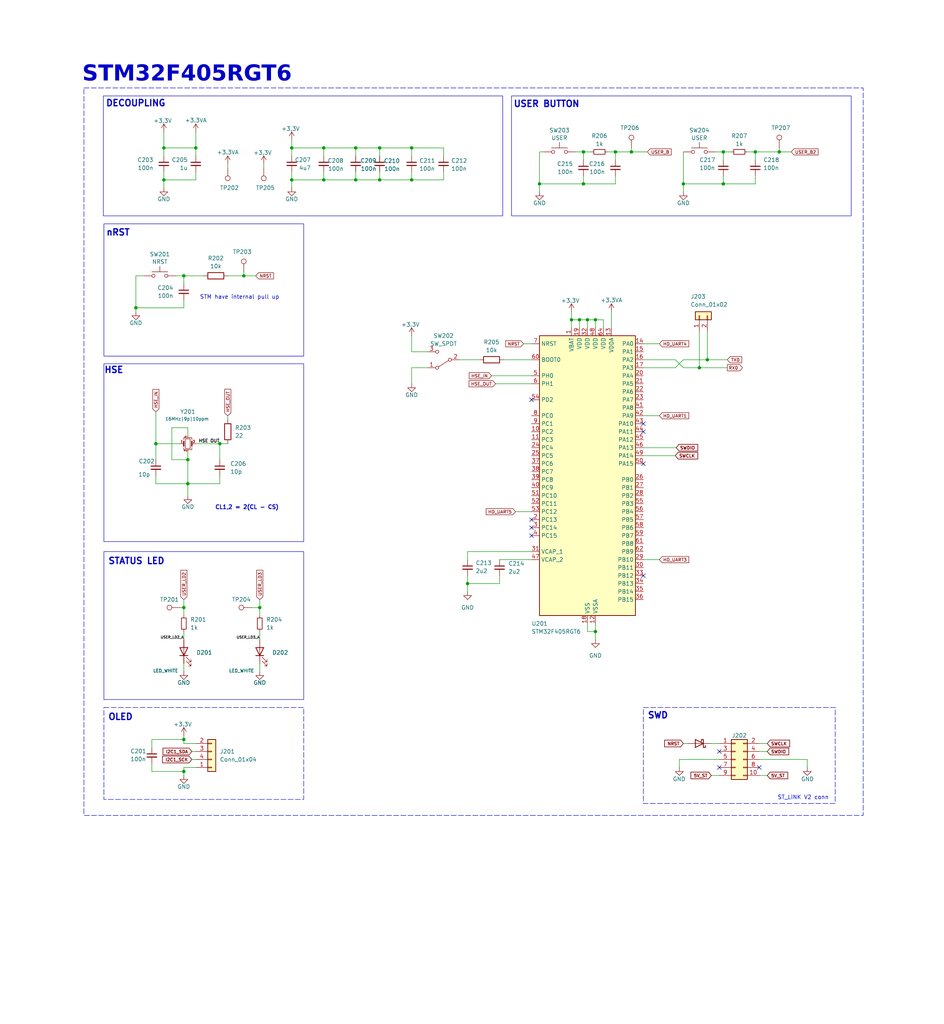
<source format=kicad_sch>
(kicad_sch (version 20231120) (generator "eeschema") (generator_version "8.0")
  (paper "User" 300 325.4)
  (lib_symbols
    (symbol "Connector:TestPoint" (pin_numbers hide) (pin_names (offset 0.762) hide)
      (property "Reference" "TP" (at 0 6.858 0))
      (property "Value" "TestPoint" (at 0 5.08 0))
      (symbol "TestPoint_0_1"
        (circle (center 0 3.302) (radius 0.762))
      )
      (symbol "TestPoint_1_1"
        (pin passive line (at 0 0 90) (length 2.54) (name "1") (number "1"))
      )
    )
    (symbol "Connector_Generic:Conn_01x02" (pin_names (offset 1.016) hide)
      (property "Reference" "J" (at 0 2.54 0))
      (property "Value" "Conn_01x02" (at 0 -5.08 0))
      (symbol "Conn_01x02_1_1"
        (rectangle (start -1.27 -2.413) (end 0 -2.667) (stroke (width 0.1524)))
        (rectangle (start -1.27 0.127) (end 0 -0.127) (stroke (width 0.1524)))
        (rectangle (start -1.27 1.27) (end 1.27 -3.81) (stroke (width 0.254)) (fill (type background)))
        (pin passive line (at -5.08 0 0) (length 3.81) (name "Pin_1") (number "1"))
        (pin passive line (at -5.08 -2.54 0) (length 3.81) (name "Pin_2") (number "2"))
      )
    )
    (symbol "Connector_Generic:Conn_01x04" (pin_names (offset 1.016) hide)
      (property "Reference" "J302" (at 2.54 0 0))
      (property "Value" "Conn_01x04" (at 2.54 -2.54 0))
      (symbol "Conn_01x04_1_1"
        (rectangle (start -1.27 -4.953) (end 0 -5.207) (stroke (width 0.1524)))
        (rectangle (start -1.27 -2.413) (end 0 -2.667) (stroke (width 0.1524)))
        (rectangle (start -1.27 0.127) (end 0 -0.127) (stroke (width 0.1524)))
        (rectangle (start -1.27 2.667) (end 0 2.413) (stroke (width 0.1524)))
        (rectangle (start -1.27 3.81) (end 1.27 -6.35) (stroke (width 0.254)) (fill (type background)))
        (pin passive line (at -5.08 -5.08 0) (length 3.81) (name "Pin_4") (number "1"))
        (pin passive line (at -5.08 2.54 0) (length 3.81) (name "Pin_1") (number "2"))
        (pin passive line (at -5.08 0 0) (length 3.81) (name "Pin_2") (number "3"))
        (pin passive line (at -5.08 -2.54 0) (length 3.81) (name "Pin_3") (number "4"))
      )
    )
    (symbol "Connector_Generic:Conn_02x05_Counter_Clockwise" (pin_names (offset 1.016) hide)
      (property "Reference" "J202" (at 1.27 7.62 0))
      (symbol "Conn_02x05_Counter_Clockwise_1_1"
        (rectangle (start -1.27 -4.953) (end 0 -5.207) (stroke (width 0.1524)))
        (rectangle (start -1.27 -2.413) (end 0 -2.667) (stroke (width 0.1524)))
        (rectangle (start -1.27 0.127) (end 0 -0.127) (stroke (width 0.1524)))
        (rectangle (start -1.27 2.667) (end 0 2.413) (stroke (width 0.1524)))
        (rectangle (start -1.27 5.207) (end 0 4.953) (stroke (width 0.1524)))
        (rectangle (start -1.27 6.35) (end 3.81 -6.35) (stroke (width 0.254)) (fill (type background)))
        (rectangle (start 3.81 -4.953) (end 2.54 -5.207) (stroke (width 0.1524)))
        (rectangle (start 3.81 -2.413) (end 2.54 -2.667) (stroke (width 0.1524)))
        (rectangle (start 3.81 0.127) (end 2.54 -0.127) (stroke (width 0.1524)))
        (rectangle (start 3.81 2.667) (end 2.54 2.413) (stroke (width 0.1524)))
        (rectangle (start 3.81 5.207) (end 2.54 4.953) (stroke (width 0.1524)))
        (pin passive line (at -5.08 5.08 0) (length 3.81) (name "Pin_1") (number "1"))
        (pin passive line (at 7.62 -5.08 180) (length 3.81) (name "Pin_6") (number "10"))
        (pin passive line (at 7.62 5.08 180) (length 3.81) (name "Pin_10") (number "2"))
        (pin passive line (at -5.08 2.54 0) (length 3.81) (name "Pin_2") (number "3"))
        (pin passive line (at 7.62 2.54 180) (length 3.81) (name "Pin_9") (number "4"))
        (pin passive line (at -5.08 0 0) (length 3.81) (name "Pin_3") (number "5"))
        (pin passive line (at 7.62 0 180) (length 3.81) (name "Pin_8") (number "6"))
        (pin passive line (at -5.08 -2.54 0) (length 3.81) (name "Pin_4") (number "7"))
        (pin passive line (at 7.62 -2.54 180) (length 3.81) (name "Pin_7") (number "8"))
        (pin passive line (at -5.08 -5.08 0) (length 3.81) (name "Pin_5") (number "9"))
      )
    )
    (symbol "Device:C_Small" (pin_numbers hide) (pin_names (offset 0.254) hide)
      (property "Reference" "C" (at 0.254 1.778 0))
      (property "Value" "C_Small" (at 0.254 -2.032 0))
      (symbol "C_Small_0_1"
        (polyline (pts (xy -1.524 -0.508) (xy 1.524 -0.508)) (stroke (width 0.3302)))
        (polyline (pts (xy -1.524 0.508) (xy 1.524 0.508)) (stroke (width 0.3048)))
      )
      (symbol "C_Small_1_1"
        (pin passive line (at 0 2.54 270) (length 2.032) (name "~") (number "1"))
        (pin passive line (at 0 -2.54 90) (length 2.032) (name "~") (number "2"))
      )
    )
    (symbol "Device:Crystal_GND24_Small" (pin_names (offset 1.016) hide)
      (property "Reference" "Y" (at 1.27 4.445 0))
      (property "Value" "Crystal_GND24_Small" (at 1.27 2.54 0))
      (symbol "Crystal_GND24_Small_0_1"
        (rectangle (start -0.762 -1.524) (end 0.762 1.524))
        (polyline (pts (xy -1.27 -0.762) (xy -1.27 0.762)) (stroke (width 0.381)))
        (polyline (pts (xy 1.27 -0.762) (xy 1.27 0.762)) (stroke (width 0.381)))
        (polyline (pts (xy -1.27 -1.27) (xy -1.27 -1.905) (xy 1.27 -1.905) (xy 1.27 -1.27)))
        (polyline (pts (xy -1.27 1.27) (xy -1.27 1.905) (xy 1.27 1.905) (xy 1.27 1.27)))
      )
      (symbol "Crystal_GND24_Small_1_1"
        (pin passive line (at -2.54 0 0) (length 1.27) (name "1") (number "1"))
        (pin passive line (at 0 -2.54 90) (length 0.635) (name "2") (number "2"))
        (pin passive line (at 2.54 0 180) (length 1.27) (name "3") (number "3"))
        (pin passive line (at 0 2.54 270) (length 0.635) (name "4") (number "4"))
      )
    )
    (symbol "Device:D_Schottky" (pin_numbers hide) (pin_names (offset 1.016) hide)
      (property "Reference" "D" (at 0 2.54 0))
      (property "Value" "D_Schottky" (at 0 -2.54 0))
      (symbol "D_Schottky_0_1"
        (polyline (pts (xy 1.27 0) (xy -1.27 0)))
        (polyline (pts (xy 1.27 1.27) (xy 1.27 -1.27) (xy -1.27 0) (xy 1.27 1.27)) (stroke (width 0.254)))
        (polyline (pts (xy -1.905 0.635) (xy -1.905 1.27) (xy -1.27 1.27) (xy -1.27 -1.27) (xy -0.635 -1.27) (xy -0.635 -0.635)) (stroke (width 0.254)))
      )
      (symbol "D_Schottky_1_1"
        (pin passive line (at -3.81 0 0) (length 2.54) (name "K") (number "1"))
        (pin passive line (at 3.81 0 180) (length 2.54) (name "A") (number "2"))
      )
    )
    (symbol "Device:LED" (pin_numbers hide) (pin_names (offset 1.016) hide)
      (property "Reference" "D" (at 0 2.54 0))
      (property "Value" "LED" (at 0 -2.54 0))
      (symbol "LED_0_1"
        (polyline (pts (xy -1.27 -1.27) (xy -1.27 1.27)) (stroke (width 0.254)))
        (polyline (pts (xy -1.27 0) (xy 1.27 0)))
        (polyline (pts (xy 1.27 -1.27) (xy 1.27 1.27) (xy -1.27 0) (xy 1.27 -1.27)) (stroke (width 0.254)))
        (polyline (pts (xy -3.048 -0.762) (xy -4.572 -2.286) (xy -3.81 -2.286) (xy -4.572 -2.286) (xy -4.572 -1.524)))
        (polyline (pts (xy -1.778 -0.762) (xy -3.302 -2.286) (xy -2.54 -2.286) (xy -3.302 -2.286) (xy -3.302 -1.524)))
      )
      (symbol "LED_1_1"
        (pin passive line (at -3.81 0 0) (length 2.54) (name "K") (number "1"))
        (pin passive line (at 3.81 0 180) (length 2.54) (name "A") (number "2"))
      )
    )
    (symbol "Device:R" (pin_numbers hide) (pin_names (offset 0))
      (property "Reference" "R" (at 2.032 0 90))
      (property "Value" "R" (at 0 0 90))
      (symbol "R_0_1"
        (rectangle (start -1.016 -2.54) (end 1.016 2.54) (stroke (width 0.254)))
      )
      (symbol "R_1_1"
        (pin passive line (at 0 3.81 270) (length 1.27) (name "~") (number "1"))
        (pin passive line (at 0 -3.81 90) (length 1.27) (name "~") (number "2"))
      )
    )
    (symbol "Device:R_Small" (pin_numbers hide) (pin_names (offset 0.254) hide)
      (property "Reference" "R" (at 0.762 0.508 0))
      (property "Value" "R_Small" (at 0.762 -1.016 0))
      (symbol "R_Small_0_1"
        (rectangle (start -0.762 1.778) (end 0.762 -1.778) (stroke (width 0.2032)))
      )
      (symbol "R_Small_1_1"
        (pin passive line (at 0 2.54 270) (length 0.762) (name "~") (number "1"))
        (pin passive line (at 0 -2.54 90) (length 0.762) (name "~") (number "2"))
      )
    )
    (symbol "MCU_ST_STM32F4:STM32F405RGTx"
      (property "Reference" "U" (at -15.24 46.99 0))
      (property "Value" "STM32F405RGTx" (at 10.16 46.99 0))
      (symbol "STM32F405RGTx_0_1"
        (rectangle (start -15.24 -43.18) (end 15.24 45.72) (stroke (width 0.254)) (fill (type background)))
      )
      (symbol "STM32F405RGTx_1_1"
        (pin power_in line (at -5.08 48.26 270) (length 2.54) (name "VBAT") (number "1"))
        (pin bidirectional line (at -17.78 15.24 0) (length 2.54) (name "PC2") (number "10"))
        (pin bidirectional line (at -17.78 12.7 0) (length 2.54) (name "PC3") (number "11"))
        (pin power_in line (at 2.54 -45.72 90) (length 2.54) (name "VSSA") (number "12"))
        (pin power_in line (at 7.62 48.26 270) (length 2.54) (name "VDDA") (number "13"))
        (pin bidirectional line (at 17.78 43.18 180) (length 2.54) (name "PA0") (number "14"))
        (pin bidirectional line (at 17.78 40.64 180) (length 2.54) (name "PA1") (number "15"))
        (pin bidirectional line (at 17.78 38.1 180) (length 2.54) (name "PA2") (number "16"))
        (pin bidirectional line (at 17.78 35.56 180) (length 2.54) (name "PA3") (number "17"))
        (pin power_in line (at 0 -45.72 90) (length 2.54) (name "VSS") (number "18"))
        (pin power_in line (at -2.54 48.26 270) (length 2.54) (name "VDD") (number "19"))
        (pin bidirectional line (at -17.78 -12.7 0) (length 2.54) (name "PC13") (number "2"))
        (pin bidirectional line (at 17.78 33.02 180) (length 2.54) (name "PA4") (number "20"))
        (pin bidirectional line (at 17.78 30.48 180) (length 2.54) (name "PA5") (number "21"))
        (pin bidirectional line (at 17.78 27.94 180) (length 2.54) (name "PA6") (number "22"))
        (pin bidirectional line (at 17.78 25.4 180) (length 2.54) (name "PA7") (number "23"))
        (pin bidirectional line (at -17.78 10.16 0) (length 2.54) (name "PC4") (number "24"))
        (pin bidirectional line (at -17.78 7.62 0) (length 2.54) (name "PC5") (number "25"))
        (pin bidirectional line (at 17.78 0 180) (length 2.54) (name "PB0") (number "26"))
        (pin bidirectional line (at 17.78 -2.54 180) (length 2.54) (name "PB1") (number "27"))
        (pin bidirectional line (at 17.78 -5.08 180) (length 2.54) (name "PB2") (number "28"))
        (pin bidirectional line (at 17.78 -25.4 180) (length 2.54) (name "PB10") (number "29"))
        (pin bidirectional line (at -17.78 -15.24 0) (length 2.54) (name "PC14") (number "3"))
        (pin bidirectional line (at 17.78 -27.94 180) (length 2.54) (name "PB11") (number "30"))
        (pin power_out line (at -17.78 -22.86 0) (length 2.54) (name "VCAP_1") (number "31"))
        (pin power_in line (at 0 48.26 270) (length 2.54) (name "VDD") (number "32"))
        (pin bidirectional line (at 17.78 -30.48 180) (length 2.54) (name "PB12") (number "33"))
        (pin bidirectional line (at 17.78 -33.02 180) (length 2.54) (name "PB13") (number "34"))
        (pin bidirectional line (at 17.78 -35.56 180) (length 2.54) (name "PB14") (number "35"))
        (pin bidirectional line (at 17.78 -38.1 180) (length 2.54) (name "PB15") (number "36"))
        (pin bidirectional line (at -17.78 5.08 0) (length 2.54) (name "PC6") (number "37"))
        (pin bidirectional line (at -17.78 2.54 0) (length 2.54) (name "PC7") (number "38"))
        (pin bidirectional line (at -17.78 0 0) (length 2.54) (name "PC8") (number "39"))
        (pin bidirectional line (at -17.78 -17.78 0) (length 2.54) (name "PC15") (number "4"))
        (pin bidirectional line (at -17.78 -2.54 0) (length 2.54) (name "PC9") (number "40"))
        (pin bidirectional line (at 17.78 22.86 180) (length 2.54) (name "PA8") (number "41"))
        (pin bidirectional line (at 17.78 20.32 180) (length 2.54) (name "PA9") (number "42"))
        (pin bidirectional line (at 17.78 17.78 180) (length 2.54) (name "PA10") (number "43"))
        (pin bidirectional line (at 17.78 15.24 180) (length 2.54) (name "PA11") (number "44"))
        (pin bidirectional line (at 17.78 12.7 180) (length 2.54) (name "PA12") (number "45"))
        (pin bidirectional line (at 17.78 10.16 180) (length 2.54) (name "PA13") (number "46"))
        (pin power_out line (at -17.78 -25.4 0) (length 2.54) (name "VCAP_2") (number "47"))
        (pin power_in line (at 2.54 48.26 270) (length 2.54) (name "VDD") (number "48"))
        (pin bidirectional line (at 17.78 7.62 180) (length 2.54) (name "PA14") (number "49"))
        (pin bidirectional line (at -17.78 33.02 0) (length 2.54) (name "PH0") (number "5"))
        (pin bidirectional line (at 17.78 5.08 180) (length 2.54) (name "PA15") (number "50"))
        (pin bidirectional line (at -17.78 -5.08 0) (length 2.54) (name "PC10") (number "51"))
        (pin bidirectional line (at -17.78 -7.62 0) (length 2.54) (name "PC11") (number "52"))
        (pin bidirectional line (at -17.78 -10.16 0) (length 2.54) (name "PC12") (number "53"))
        (pin bidirectional line (at -17.78 25.4 0) (length 2.54) (name "PD2") (number "54"))
        (pin bidirectional line (at 17.78 -7.62 180) (length 2.54) (name "PB3") (number "55"))
        (pin bidirectional line (at 17.78 -10.16 180) (length 2.54) (name "PB4") (number "56"))
        (pin bidirectional line (at 17.78 -12.7 180) (length 2.54) (name "PB5") (number "57"))
        (pin bidirectional line (at 17.78 -15.24 180) (length 2.54) (name "PB6") (number "58"))
        (pin bidirectional line (at 17.78 -17.78 180) (length 2.54) (name "PB7") (number "59"))
        (pin bidirectional line (at -17.78 30.48 0) (length 2.54) (name "PH1") (number "6"))
        (pin input line (at -17.78 38.1 0) (length 2.54) (name "BOOT0") (number "60"))
        (pin bidirectional line (at 17.78 -20.32 180) (length 2.54) (name "PB8") (number "61"))
        (pin bidirectional line (at 17.78 -22.86 180) (length 2.54) (name "PB9") (number "62"))
        (pin passive line (at 0 -45.72 90) (length 2.54) hide (name "VSS") (number "63"))
        (pin power_in line (at 5.08 48.26 270) (length 2.54) (name "VDD") (number "64"))
        (pin input line (at -17.78 43.18 0) (length 2.54) (name "NRST") (number "7"))
        (pin bidirectional line (at -17.78 20.32 0) (length 2.54) (name "PC0") (number "8"))
        (pin bidirectional line (at -17.78 17.78 0) (length 2.54) (name "PC1") (number "9"))
      )
    )
    (symbol "SW_MEC_5G_2" (pin_numbers hide) (pin_names (offset 1.016) hide)
      (property "Reference" "SW301" (at 0 6.858 0))
      (property "Value" "NRST" (at 0 4.445 0))
      (symbol "SW_MEC_5G_2_0_1"
        (circle (center -2.032 0) (radius 0.508))
        (polyline (pts (xy 0 1.27) (xy 0 3.048)))
        (polyline (pts (xy 2.54 1.27) (xy -2.54 1.27)))
        (circle (center 2.032 0) (radius 0.508))
      )
      (symbol "SW_MEC_5G_2_1_1"
        (pin passive line (at -5.08 0 0) (length 2.54) (name "A") (number "1"))
        (pin passive line (at -5.08 0 0) (length 2.54) hide (name "A") (number "2"))
        (pin passive line (at 5.08 0 180) (length 2.54) (name "B") (number "2"))
        (pin passive line (at 5.08 0 180) (length 2.54) hide (name "B") (number "4"))
      )
    )
    (symbol "SW_MEC_5G_3" (pin_numbers hide) (pin_names (offset 1.016) hide)
      (property "Reference" "SW303" (at 0 6.858 0))
      (property "Value" "USER" (at 0 4.445 0))
      (symbol "SW_MEC_5G_3_0_1"
        (circle (center -2.032 0) (radius 0.508))
        (polyline (pts (xy 0 1.27) (xy 0 3.048)))
        (polyline (pts (xy 2.54 1.27) (xy -2.54 1.27)))
        (circle (center 2.032 0) (radius 0.508))
        (pin passive line (at -5.08 0 0) (length 2.54) (name "A") (number "1"))
      )
      (symbol "SW_MEC_5G_3_1_1"
        (pin passive line (at -5.08 0 0) (length 2.54) hide (name "A") (number "2"))
        (pin passive line (at 5.08 0 180) (length 2.54) (name "B") (number "2"))
        (pin passive line (at 5.08 0 180) (length 2.54) hide (name "B") (number "4"))
      )
    )
    (symbol "SW_MEC_5G_4" (pin_numbers hide) (pin_names (offset 1.016) hide)
      (property "Reference" "SW304" (at 0 6.858 0))
      (property "Value" "USER" (at 0 4.445 0))
      (symbol "SW_MEC_5G_4_0_1"
        (circle (center -2.032 0) (radius 0.508))
        (polyline (pts (xy 0 1.27) (xy 0 3.048)))
        (polyline (pts (xy 2.54 1.27) (xy -2.54 1.27)))
        (circle (center 2.032 0) (radius 0.508))
        (pin passive line (at -5.08 0 0) (length 2.54) (name "A") (number "1"))
      )
      (symbol "SW_MEC_5G_4_1_1"
        (pin passive line (at -5.08 0 0) (length 2.54) hide (name "A") (number "2"))
        (pin passive line (at 5.08 0 180) (length 2.54) (name "B") (number "2"))
        (pin passive line (at 5.08 0 180) (length 2.54) hide (name "B") (number "4"))
      )
    )
    (symbol "Switch:SW_SPDT" (pin_names (offset 0) hide)
      (property "Reference" "SW" (at 0 4.318 0))
      (property "Value" "SW_SPDT" (at 0 -5.08 0))
      (symbol "SW_SPDT_0_0"
        (circle (center -2.032 0) (radius 0.508))
        (circle (center 2.032 -2.54) (radius 0.508))
      )
      (symbol "SW_SPDT_0_1"
        (polyline (pts (xy -1.524 0.254) (xy 1.651 2.286)))
        (circle (center 2.032 2.54) (radius 0.508))
      )
      (symbol "SW_SPDT_1_1"
        (pin passive line (at 5.08 2.54 180) (length 2.54) (name "A") (number "1"))
        (pin passive line (at -5.08 0 0) (length 2.54) (name "B") (number "2"))
        (pin passive line (at 5.08 -2.54 180) (length 2.54) (name "C") (number "3"))
      )
    )
    (symbol "power:+3.3V" (power) (pin_names (offset 0))
      (property "Value" "+3.3V" (at 0 3.556 0))
      (symbol "+3.3V_0_1"
        (polyline (pts (xy -0.762 1.27) (xy 0 2.54)))
        (polyline (pts (xy 0 0) (xy 0 2.54)))
        (polyline (pts (xy 0 2.54) (xy 0.762 1.27)))
      )
      (symbol "+3.3V_1_1"
        (pin power_in line (at 0 0 90) (length 0) hide (name "+3.3V") (number "1"))
      )
    )
    (symbol "power:+3.3VA" (power) (pin_names (offset 0))
      (property "Value" "+3.3VA" (at 0 3.556 0))
      (symbol "+3.3VA_0_1"
        (polyline (pts (xy -0.762 1.27) (xy 0 2.54)))
        (polyline (pts (xy 0 0) (xy 0 2.54)))
        (polyline (pts (xy 0 2.54) (xy 0.762 1.27)))
      )
      (symbol "+3.3VA_1_1"
        (pin power_in line (at 0 0 90) (length 0) hide (name "+3.3VA") (number "1"))
      )
    )
    (symbol "power:GND" (power) (pin_names (offset 0))
      (property "Value" "GND" (at 0 -3.81 0))
      (symbol "GND_0_1"
        (polyline (pts (xy 0 0) (xy 0 -1.27) (xy 1.27 -1.27) (xy 0 -2.54) (xy -1.27 -1.27) (xy 0 -1.27)))
      )
      (symbol "GND_1_1"
        (pin power_in line (at 0 0 270) (length 0) hide (name "GND") (number "1"))
      )
    )
  )
  (junction (at 77.47 87.63))
  (junction (at 69.85 140.97))
  (junction (at 82.55 193.04))
  (junction (at 195.58 48.26))
  (junction (at 43.18 97.79))
  (junction (at 130.81 46.99))
  (junction (at 181.61 101.6))
  (junction (at 186.69 101.6))
  (junction (at 120.65 57.15))
  (junction (at 185.42 48.26))
  (junction (at 102.87 46.99))
  (junction (at 92.71 57.15))
  (junction (at 58.42 193.04))
  (junction (at 130.81 57.15))
  (junction (at 58.42 245.11))
  (junction (at 102.87 57.15))
  (junction (at 189.23 200.66))
  (junction (at 113.03 57.15))
  (junction (at 92.71 46.99))
  (junction (at 185.42 58.42))
  (junction (at 184.15 101.6))
  (junction (at 148.59 185.42))
  (junction (at 58.42 87.63))
  (junction (at 58.42 234.95))
  (junction (at 52.07 57.15))
  (junction (at 247.65 48.26))
  (junction (at 171.45 58.42))
  (junction (at 62.23 46.99))
  (junction (at 224.79 114.3))
  (junction (at 113.03 46.99))
  (junction (at 49.53 140.97))
  (junction (at 52.07 46.99))
  (junction (at 59.69 146.05))
  (junction (at 120.65 46.99))
  (junction (at 229.87 48.26))
  (junction (at 59.69 153.67))
  (junction (at 240.03 48.26))
  (junction (at 189.23 101.6))
  (junction (at 229.87 58.42))
  (junction (at 217.17 58.42))
  (junction (at 222.25 116.84))
  (junction (at 200.66 48.26))
  (no_connect (at 168.91 167.64))
  (no_connect (at 168.91 165.1))
  (no_connect (at 204.47 137.16))
  (no_connect (at 204.47 182.88))
  (no_connect (at 241.3 243.84))
  (no_connect (at 228.6 243.84))
  (no_connect (at 168.91 170.18))
  (no_connect (at 204.47 134.62))
  (no_connect (at 204.47 147.32))
  (no_connect (at 228.6 238.76))
  (no_connect (at 168.91 127))
  (wire (pts (xy 241.3 241.3) (xy 256.54 241.3)))
  (wire (pts (xy 217.17 114.3) (xy 214.63 116.84)))
  (wire (pts (xy 69.85 140.97) (xy 72.39 140.97)))
  (wire (pts (xy 102.87 46.99) (xy 102.87 49.53)))
  (wire (pts (xy 148.59 177.8) (xy 148.59 175.26)))
  (wire (pts (xy 241.3 238.76) (xy 243.84 238.76)))
  (wire (pts (xy 130.81 46.99) (xy 120.65 46.99)))
  (wire (pts (xy 148.59 175.26) (xy 168.91 175.26)))
  (wire (pts (xy 166.37 109.22) (xy 168.91 109.22)))
  (wire (pts (xy 92.71 44.45) (xy 92.71 46.99)))
  (wire (pts (xy 58.42 87.63) (xy 55.88 87.63)))
  (wire (pts (xy 52.07 57.15) (xy 52.07 59.69)))
  (wire (pts (xy 218.44 236.22) (xy 217.17 236.22)))
  (wire (pts (xy 204.47 142.24) (xy 214.9151 142.24)))
  (wire (pts (xy 240.03 58.42) (xy 229.87 58.42)))
  (wire (pts (xy 59.69 146.05) (xy 59.69 143.51)))
  (wire (pts (xy 82.55 210.82) (xy 82.55 213.36)))
  (wire (pts (xy 58.42 233.68) (xy 58.42 234.95)))
  (wire (pts (xy 189.23 200.66) (xy 186.69 200.66)))
  (wire (pts (xy 52.07 49.53) (xy 52.07 46.99)))
  (wire (pts (xy 52.07 57.15) (xy 62.23 57.15)))
  (wire (pts (xy 82.55 200.66) (xy 82.55 203.2)))
  (wire (pts (xy 52.07 54.61) (xy 52.07 57.15)))
  (wire (pts (xy 193.04 48.26) (xy 195.58 48.26)))
  (wire (pts (xy 217.17 116.84) (xy 222.25 116.84)))
  (wire (pts (xy 49.53 151.13) (xy 49.53 153.67)))
  (wire (pts (xy 256.54 241.3) (xy 256.54 243.84)))
  (wire (pts (xy 171.45 48.26) (xy 172.72 48.26)))
  (wire (pts (xy 43.18 87.63) (xy 43.18 97.79)))
  (wire (pts (xy 226.06 246.38) (xy 228.6 246.38)))
  (wire (pts (xy 130.81 106.68) (xy 130.81 111.76)))
  (wire (pts (xy 186.69 101.6) (xy 186.69 104.14)))
  (wire (pts (xy 92.71 54.61) (xy 92.71 57.15)))
  (wire (pts (xy 191.77 101.6) (xy 189.23 101.6)))
  (wire (pts (xy 171.45 58.42) (xy 185.42 58.42)))
  (wire (pts (xy 58.42 193.04) (xy 58.42 195.58)))
  (wire (pts (xy 77.47 86.36) (xy 77.47 87.63)))
  (wire (pts (xy 217.17 116.84) (xy 214.63 114.3)))
  (wire (pts (xy 130.81 116.84) (xy 130.81 121.92)))
  (wire (pts (xy 83.82 52.07) (xy 83.82 53.34)))
  (wire (pts (xy 217.17 58.42) (xy 217.17 60.96)))
  (wire (pts (xy 195.58 55.88) (xy 195.58 58.42)))
  (wire (pts (xy 113.03 46.99) (xy 120.65 46.99)))
  (wire (pts (xy 224.79 114.3) (xy 231.14 114.3)))
  (wire (pts (xy 247.65 46.99) (xy 247.65 48.26)))
  (wire (pts (xy 120.65 54.61) (xy 120.65 57.15)))
  (wire (pts (xy 226.06 236.22) (xy 228.6 236.22)))
  (wire (pts (xy 59.69 153.67) (xy 69.85 153.67)))
  (wire (pts (xy 113.03 46.99) (xy 113.03 49.53)))
  (wire (pts (xy 62.23 140.97) (xy 69.85 140.97)))
  (wire (pts (xy 160.02 114.3) (xy 168.91 114.3)))
  (wire (pts (xy 49.53 130.81) (xy 49.53 140.97)))
  (wire (pts (xy 60.96 241.3) (xy 62.23 241.3)))
  (wire (pts (xy 52.07 46.99) (xy 62.23 46.99)))
  (wire (pts (xy 204.47 114.3) (xy 214.63 114.3)))
  (wire (pts (xy 181.61 99.06) (xy 181.61 101.6)))
  (wire (pts (xy 82.55 193.04) (xy 82.55 195.58)))
  (wire (pts (xy 58.42 90.17) (xy 58.42 87.63)))
  (wire (pts (xy 229.87 58.42) (xy 217.17 58.42)))
  (wire (pts (xy 204.47 132.08) (xy 209.55 132.08)))
  (wire (pts (xy 186.69 101.6) (xy 184.15 101.6)))
  (wire (pts (xy 241.3 246.38) (xy 243.84 246.38)))
  (wire (pts (xy 62.23 41.91) (xy 62.23 46.99)))
  (wire (pts (xy 204.47 144.78) (xy 214.63 144.78)))
  (wire (pts (xy 184.15 101.6) (xy 184.15 104.14)))
  (wire (pts (xy 157.48 121.92) (xy 168.91 121.92)))
  (wire (pts (xy 92.71 57.15) (xy 102.87 57.15)))
  (wire (pts (xy 72.39 52.07) (xy 72.39 53.34)))
  (wire (pts (xy 102.87 57.15) (xy 113.03 57.15)))
  (wire (pts (xy 69.85 151.13) (xy 69.85 153.67)))
  (wire (pts (xy 217.17 48.26) (xy 217.17 58.42)))
  (wire (pts (xy 62.23 236.22) (xy 58.42 236.22)))
  (wire (pts (xy 58.42 95.25) (xy 58.42 97.79)))
  (wire (pts (xy 58.42 243.84) (xy 62.23 243.84)))
  (wire (pts (xy 48.26 245.11) (xy 58.42 245.11)))
  (wire (pts (xy 120.65 46.99) (xy 120.65 49.53)))
  (wire (pts (xy 251.46 48.26) (xy 247.65 48.26)))
  (wire (pts (xy 189.23 198.12) (xy 189.23 200.66)))
  (wire (pts (xy 82.55 190.5) (xy 82.55 193.04)))
  (wire (pts (xy 185.42 48.26) (xy 187.96 48.26)))
  (wire (pts (xy 80.01 193.04) (xy 82.55 193.04)))
  (wire (pts (xy 184.15 101.6) (xy 181.61 101.6)))
  (wire (pts (xy 58.42 87.63) (xy 64.77 87.63)))
  (wire (pts (xy 215.9 241.3) (xy 215.9 243.84)))
  (wire (pts (xy 59.69 157.48) (xy 59.69 153.67)))
  (wire (pts (xy 237.49 48.26) (xy 240.03 48.26)))
  (wire (pts (xy 195.58 48.26) (xy 200.66 48.26)))
  (wire (pts (xy 49.53 140.97) (xy 49.53 146.05)))
  (wire (pts (xy 140.97 46.99) (xy 140.97 49.53)))
  (wire (pts (xy 58.42 200.66) (xy 58.42 203.2)))
  (wire (pts (xy 72.39 87.63) (xy 77.47 87.63)))
  (wire (pts (xy 130.81 116.84) (xy 135.89 116.84)))
  (wire (pts (xy 148.59 182.88) (xy 148.59 185.42)))
  (wire (pts (xy 189.23 101.6) (xy 189.23 104.14)))
  (wire (pts (xy 59.69 135.89) (xy 59.69 138.43)))
  (wire (pts (xy 240.03 55.88) (xy 240.03 58.42)))
  (wire (pts (xy 229.87 55.88) (xy 229.87 58.42)))
  (wire (pts (xy 195.58 48.26) (xy 195.58 50.8)))
  (wire (pts (xy 58.42 190.5) (xy 58.42 193.04)))
  (wire (pts (xy 43.18 97.79) (xy 43.18 99.06)))
  (wire (pts (xy 92.71 46.99) (xy 92.71 49.53)))
  (wire (pts (xy 58.42 234.95) (xy 58.42 236.22)))
  (wire (pts (xy 77.47 87.63) (xy 81.28 87.63)))
  (wire (pts (xy 158.75 182.88) (xy 158.75 185.42)))
  (wire (pts (xy 185.42 48.26) (xy 185.42 50.8)))
  (wire (pts (xy 156.21 119.38) (xy 168.91 119.38)))
  (wire (pts (xy 135.89 111.76) (xy 130.81 111.76)))
  (wire (pts (xy 181.61 101.6) (xy 181.61 104.14)))
  (wire (pts (xy 58.42 97.79) (xy 43.18 97.79)))
  (wire (pts (xy 72.39 132.08) (xy 72.39 133.35)))
  (wire (pts (xy 48.26 242.57) (xy 48.26 245.11)))
  (wire (pts (xy 49.53 140.97) (xy 57.15 140.97)))
  (wire (pts (xy 191.77 104.14) (xy 191.77 101.6)))
  (wire (pts (xy 200.66 48.26) (xy 205.74 48.26)))
  (wire (pts (xy 49.53 153.67) (xy 59.69 153.67)))
  (wire (pts (xy 200.66 46.99) (xy 200.66 48.26)))
  (wire (pts (xy 182.88 48.26) (xy 185.42 48.26)))
  (wire (pts (xy 92.71 57.15) (xy 92.71 59.69)))
  (wire (pts (xy 54.61 146.05) (xy 54.61 135.89)))
  (wire (pts (xy 130.81 46.99) (xy 130.81 49.53)))
  (wire (pts (xy 185.42 58.42) (xy 195.58 58.42)))
  (wire (pts (xy 185.42 55.88) (xy 185.42 58.42)))
  (wire (pts (xy 222.25 105.41) (xy 222.25 116.84)))
  (wire (pts (xy 52.07 41.91) (xy 52.07 46.99)))
  (wire (pts (xy 224.79 114.3) (xy 217.17 114.3)))
  (wire (pts (xy 58.42 246.38) (xy 58.42 245.11)))
  (wire (pts (xy 158.75 177.8) (xy 168.91 177.8)))
  (wire (pts (xy 232.41 48.26) (xy 229.87 48.26)))
  (wire (pts (xy 92.71 46.99) (xy 102.87 46.99)))
  (wire (pts (xy 189.23 101.6) (xy 186.69 101.6)))
  (wire (pts (xy 168.91 162.56) (xy 163.83 162.56)))
  (wire (pts (xy 62.23 54.61) (xy 62.23 57.15)))
  (wire (pts (xy 171.45 58.42) (xy 171.45 60.96)))
  (wire (pts (xy 58.42 245.11) (xy 58.42 243.84)))
  (wire (pts (xy 60.96 238.76) (xy 62.23 238.76)))
  (wire (pts (xy 43.18 87.63) (xy 45.72 87.63)))
  (wire (pts (xy 204.47 109.22) (xy 209.55 109.22)))
  (wire (pts (xy 204.47 116.84) (xy 214.63 116.84)))
  (wire (pts (xy 48.26 237.49) (xy 48.26 234.95)))
  (wire (pts (xy 54.61 135.89) (xy 59.69 135.89)))
  (wire (pts (xy 189.23 203.2) (xy 189.23 200.66)))
  (wire (pts (xy 194.31 99.06) (xy 194.31 104.14)))
  (wire (pts (xy 69.85 140.97) (xy 69.85 146.05)))
  (wire (pts (xy 186.69 200.66) (xy 186.69 198.12)))
  (wire (pts (xy 204.47 177.8) (xy 209.55 177.8)))
  (wire (pts (xy 146.05 114.3) (xy 152.4 114.3)))
  (wire (pts (xy 130.81 57.15) (xy 120.65 57.15)))
  (wire (pts (xy 130.81 54.61) (xy 130.81 57.15)))
  (wire (pts (xy 247.65 48.26) (xy 240.03 48.26)))
  (wire (pts (xy 54.61 146.05) (xy 59.69 146.05)))
  (wire (pts (xy 240.03 48.26) (xy 240.03 50.8)))
  (wire (pts (xy 113.03 46.99) (xy 102.87 46.99)))
  (wire (pts (xy 48.26 234.95) (xy 58.42 234.95)))
  (wire (pts (xy 140.97 57.15) (xy 130.81 57.15)))
  (wire (pts (xy 171.45 48.26) (xy 171.45 58.42)))
  (wire (pts (xy 62.23 46.99) (xy 62.23 49.53)))
  (wire (pts (xy 224.79 105.41) (xy 224.79 114.3)))
  (wire (pts (xy 58.42 210.82) (xy 58.42 213.36)))
  (wire (pts (xy 57.15 193.04) (xy 58.42 193.04)))
  (wire (pts (xy 59.69 153.67) (xy 59.69 146.05)))
  (wire (pts (xy 228.6 241.3) (xy 215.9 241.3)))
  (wire (pts (xy 231.14 116.84) (xy 222.25 116.84)))
  (wire (pts (xy 241.3 236.22) (xy 243.84 236.22)))
  (wire (pts (xy 140.97 46.99) (xy 130.81 46.99)))
  (wire (pts (xy 102.87 54.61) (xy 102.87 57.15)))
  (wire (pts (xy 140.97 54.61) (xy 140.97 57.15)))
  (wire (pts (xy 148.59 185.42) (xy 158.75 185.42)))
  (wire (pts (xy 113.03 57.15) (xy 120.65 57.15)))
  (wire (pts (xy 229.87 48.26) (xy 229.87 50.8)))
  (wire (pts (xy 229.87 48.26) (xy 227.33 48.26)))
  (wire (pts (xy 148.59 185.42) (xy 148.59 187.96)))
  (wire (pts (xy 113.03 54.61) (xy 113.03 57.15)))
  (rectangle (start 32.8433 30.48) (end 159.766 68.58))
  (rectangle (start 26.67 27.94) (end 274.32 259.08) (stroke (width 0) (type dash)))
  (rectangle (start 33.02 175.26) (end 96.52 222.25))
  (rectangle (start 33.02 224.79) (end 96.52 254) (stroke (width 0) (type dash)))
  (rectangle (start 204.47 224.79) (end 265.43 255.27) (stroke (width 0) (type dash)))
  (rectangle (start 162.56 30.48) (end 270.51 68.58))
  (rectangle (start 33.02 71.12) (end 96.52 113.157))
  (rectangle (start 33.02 115.57) (end 96.52 172.085))
  (text "STM32F405RGT6" (at 26.162 27.94 0) (effects (font (size 5 5) (thickness 0.254) (bold yes)) (justify left bottom)))
  (text "nRST" (at 33.6576 75.196 0) (effects (font (size 2 2) (bold yes)) (justify left bottom)))
  (text "HSE" (at 33.02 118.872 0) (effects (font (size 2 2) (bold yes)) (justify left bottom)))
  (text "OLED\n" (at 34.29 229.108 0) (effects (font (size 2 2) (bold yes)) (justify left bottom)))
  (text "SWD" (at 205.74 228.6 0) (effects (font (size 2 2) (bold yes)) (justify left bottom)))
  (text "USER BUTTON \n" (at 163.0979 34.3468 0) (effects (font (size 2 2) (bold yes)) (justify left bottom)))
  (text "CL1,2 = 2(CL - CS) \n" (at 68.326 162.052 0) (effects (font (size 1.27 1.27) (bold yes)) (justify left bottom)))
  (text "STM have internal pull up " (at 63.5 95.25 0) (effects (font (size 1.27 1.27)) (justify left bottom)))
  (text "DECOUPLING" (at 33.5434 34.1153 0) (effects (font (size 2 2) (thickness 0.4) (bold yes)) (justify left bottom)))
  (text "STATUS LED" (at 34.29 179.578 0) (effects (font (size 2 2) (bold yes)) (justify left bottom)))
  (text "ST_LINK V2 conn" (at 255.27 253.492 0) (effects (font (size 1.27 1.27))))
  (label "USER_LD2_A" (at 58.42 203.2 180) (effects (font (size 0.8 0.8) (bold yes))))
  (label "USER_LD3_A" (at 82.55 203.2 180) (effects (font (size 0.8 0.8) (bold yes))))
  (label "HSE OUT" (at 69.85 140.97 180) (effects (font (size 1 1) (bold yes))))
  (global_label "I2C1_SCK" (shape input) (at 60.96 241.3 180) (effects (font (size 1 1) (thickness 0.2) (bold yes))) (property "Intersheetrefs" "${INTERSHEET_REFS}" (effects (hide yes))))
  (global_label "USER_LD2" (shape input) (at 58.42 190.5 90) (effects (font (size 1 1))) (property "Intersheetrefs" "${INTERSHEET_REFS}" (effects (hide yes))))
  (global_label "SWCLK" (shape input) (at 214.63 144.78 0) (effects (font (size 1 1) (thickness 0.2) (bold yes))) (property "Intersheetrefs" "${INTERSHEET_REFS}" (effects (hide yes))))
  (global_label "HSE_OUT" (shape input) (at 157.48 121.92 180) (effects (font (size 1 1))) (property "Intersheetrefs" "${INTERSHEET_REFS}" (effects (hide yes))))
  (global_label "HD_UART1" (shape input) (at 209.55 132.08 0) (effects (font (size 1 1))) (property "Intersheetrefs" "${INTERSHEET_REFS}" (effects (hide yes))))
  (global_label "USER_B2" (shape input) (at 251.46 48.26 0) (effects (font (size 1 1))) (property "Intersheetrefs" "${INTERSHEET_REFS}" (effects (hide yes))))
  (global_label "SWDIO" (shape input) (at 243.84 238.76 0) (effects (font (size 1 1) (thickness 0.2) (bold yes))) (property "Intersheetrefs" "${INTERSHEET_REFS}" (effects (hide yes))))
  (global_label "NRST" (shape input) (at 166.37 109.22 180) (effects (font (size 1 1))) (property "Intersheetrefs" "${INTERSHEET_REFS}" (effects (hide yes))))
  (global_label "I2C1_SDA" (shape input) (at 60.96 238.76 180) (effects (font (size 1 1) (thickness 0.2) (bold yes))) (property "Intersheetrefs" "${INTERSHEET_REFS}" (effects (hide yes))))
  (global_label "HSE_IN" (shape input) (at 49.53 130.81 90) (effects (font (size 1 1))) (property "Intersheetrefs" "${INTERSHEET_REFS}" (effects (hide yes))))
  (global_label "USER_LD3" (shape input) (at 82.55 190.5 90) (effects (font (size 1 1))) (property "Intersheetrefs" "${INTERSHEET_REFS}" (effects (hide yes))))
  (global_label "5V_ST" (shape input) (at 243.84 246.38 0) (effects (font (size 1 1) (thickness 0.2) (bold yes))) (property "Intersheetrefs" "${INTERSHEET_REFS}" (effects (hide yes))))
  (global_label "NRST" (shape input) (at 217.17 236.22 180) (effects (font (size 1 1) (thickness 0.2) (bold yes))) (property "Intersheetrefs" "${INTERSHEET_REFS}" (effects (hide yes))))
  (global_label "HD_UART5" (shape input) (at 163.83 162.56 180) (effects (font (size 1 1))) (property "Intersheetrefs" "${INTERSHEET_REFS}" (effects (hide yes))))
  (global_label "SWDIO" (shape input) (at 214.9151 142.24 0) (effects (font (size 1 1) (thickness 0.2) (bold yes))) (property "Intersheetrefs" "${INTERSHEET_REFS}" (effects (hide yes))))
  (global_label "USER_B" (shape input) (at 205.74 48.26 0) (effects (font (size 1 1))) (property "Intersheetrefs" "${INTERSHEET_REFS}" (effects (hide yes))))
  (global_label "TX0" (shape input) (at 231.14 114.3 0) (effects (font (size 1 1))) (property "Intersheetrefs" "${INTERSHEET_REFS}" (effects (hide yes))))
  (global_label "RX0" (shape output) (at 231.14 116.84 0) (effects (font (size 1 1))) (property "Intersheetrefs" "${INTERSHEET_REFS}" (effects (hide yes))))
  (global_label "5V_ST" (shape input) (at 226.06 246.38 180) (effects (font (size 1 1) (thickness 0.2) (bold yes))) (property "Intersheetrefs" "${INTERSHEET_REFS}" (effects (hide yes))))
  (global_label "HSE_OUT" (shape input) (at 72.39 132.08 90) (effects (font (size 1 1))) (property "Intersheetrefs" "${INTERSHEET_REFS}" (effects (hide yes))))
  (global_label "NRST" (shape input) (at 81.28 87.63 0) (effects (font (size 1 1))) (property "Intersheetrefs" "${INTERSHEET_REFS}" (effects (hide yes))))
  (global_label "HSE_IN" (shape input) (at 156.21 119.38 180) (effects (font (size 1 1))) (property "Intersheetrefs" "${INTERSHEET_REFS}" (effects (hide yes))))
  (global_label "HD_UART4" (shape input) (at 209.55 109.22 0) (effects (font (size 1 1))) (property "Intersheetrefs" "${INTERSHEET_REFS}" (effects (hide yes))))
  (global_label "HD_UART3" (shape input) (at 209.55 177.8 0) (effects (font (size 1 1))) (property "Intersheetrefs" "${INTERSHEET_REFS}" (effects (hide yes))))
  (global_label "SWCLK" (shape input) (at 243.84 236.22 0) (effects (font (size 1 1) (thickness 0.2) (bold yes))) (property "Intersheetrefs" "${INTERSHEET_REFS}" (effects (hide yes))))
  (symbol (lib_id "Device:LED") (at 82.55 207.01 90) (unit 1)
    (property "Reference" "D202" (at 86.487 207.3275 90) (effects (justify right)))
    (property "Value" "LED_WHITE" (at 72.771 213.106 90) (effects (font (size 1 1)) (justify right)))
    (property "Footprint" "Diode_SMD:D_0603_1608Metric" (effects (hide yes)))
    (property "LCSC Part #" "C2290" (effects (hide yes)))
    (property "JLCPCB Part #" "C2286" (effects (hide yes)))
  )
  (symbol (lib_id "Device:C_Small") (at 69.85 148.59 0) (mirror y) (unit 1)
    (property "Reference" "C206" (at 73.152 147.3263 0) (effects (justify right)))
    (property "Value" "10p" (at 73.152 149.8663 0) (effects (justify right)))
    (property "Footprint" "Capacitor_SMD:C_0402_1005Metric" (effects (hide yes)))
    (property "LCSC Part #" "C32949" (effects (hide yes)))
    (property "JLCPCB Part #" "C32949" (effects (hide yes)))
  )
  (symbol (lib_id "Connector:TestPoint") (at 83.82 53.34 180) (unit 1)
    (property "Reference" "TP205" (at 81.28 59.69 0) (effects (justify right)))
    (property "Value" "TestPoint" (effects (hide yes)))
    (property "Footprint" "TestPoint:TestPoint_Pad_D1.0mm" (effects (hide yes)))
  )
  (symbol (lib_id "power:GND") (at 92.71 59.69 0) (unit 1)
    (property "Reference" "#PWR0213" (effects (hide yes)))
    (property "Value" "GND" (at 92.71 63.246 0))
  )
  (symbol (lib_id "Connector:TestPoint") (at 247.65 46.99 0) (mirror y) (unit 1)
    (property "Reference" "TP207" (at 245.11 40.64 0) (effects (justify right)))
    (property "Value" "TestPoint" (effects (hide yes)))
    (property "Footprint" "TestPoint:TestPoint_Pad_D1.0mm" (effects (hide yes)))
  )
  (symbol (lib_id "Device:C_Small") (at 52.07 52.07 0) (unit 1)
    (property "Reference" "C203" (at 48.768 50.8063 0) (effects (justify right)))
    (property "Value" "100n" (at 48.768 53.3463 0) (effects (justify right)))
    (property "Footprint" "Capacitor_SMD:C_0402_1005Metric" (effects (hide yes)))
    (property "LCSC Part #" "C307331" (effects (hide yes)))
    (property "JLCPCB Part #" "C307331" (effects (hide yes)))
  )
  (symbol (lib_id "power:+3.3VA") (at 194.31 99.06 0) (unit 1)
    (property "Reference" "#PWR0220" (effects (hide yes)))
    (property "Value" "+3.3VA" (at 194.31 95.377 0))
  )
  (symbol (lib_id "Connector:TestPoint") (at 72.39 53.34 180) (unit 1)
    (property "Reference" "TP202" (at 69.85 59.69 0) (effects (justify right)))
    (property "Value" "TestPoint" (effects (hide yes)))
    (property "Footprint" "TestPoint:TestPoint_Pad_D1.0mm" (effects (hide yes)))
  )
  (symbol (lib_id "power:+3.3V") (at 83.82 52.07 0) (unit 1)
    (property "Reference" "#PWR0211" (effects (hide yes)))
    (property "Value" "+3.3V" (at 83.439 48.514 0))
  )
  (symbol (lib_id "Device:C_Small") (at 102.87 52.07 0) (unit 1)
    (property "Reference" "C208" (at 109.22 51.054 0) (effects (justify right)))
    (property "Value" "100n" (at 109.22 53.594 0) (effects (justify right)))
    (property "Footprint" "Capacitor_SMD:C_0402_1005Metric" (effects (hide yes)))
    (property "LCSC Part #" "C307331" (effects (hide yes)))
    (property "JLCPCB Part #" "C307331" (effects (hide yes)))
  )
  (symbol (lib_id "Device:C_Small") (at 130.81 52.07 0) (mirror y) (unit 1)
    (property "Reference" "C211" (at 133.223 51.054 0) (effects (justify right)))
    (property "Value" "100n" (at 133.223 53.594 0) (effects (justify right)))
    (property "Footprint" "Capacitor_SMD:C_0402_1005Metric" (effects (hide yes)))
    (property "LCSC Part #" "C307331" (effects (hide yes)))
    (property "JLCPCB Part #" "C307331" (effects (hide yes)))
  )
  (symbol (lib_id "Device:C_Small") (at 229.87 53.34 180) (unit 1)
    (property "Reference" "C217" (at 222.25 50.8 0) (effects (justify right)))
    (property "Value" "100n" (at 222.25 53.34 0) (effects (justify right)))
    (property "Footprint" "Capacitor_SMD:C_0402_1005Metric" (effects (hide yes)))
    (property "LCSC Part #" "C307331" (effects (hide yes)))
    (property "JLCPCB Part #" "C307331" (effects (hide yes)))
  )
  (symbol (lib_id "Device:D_Schottky") (at 222.25 236.22 180) (unit 1)
    (property "Reference" "D203" (effects (hide yes)))
    (property "Value" "D_Schottky" (effects (hide yes)))
    (property "Footprint" "Diode_SMD:D_SOD-323" (effects (hide yes)))
    (property "JLCPCB Part #" "C191023" (effects (hide yes)))
  )
  (symbol (lib_id "power:+3.3V") (at 52.07 41.91 0) (unit 1)
    (property "Reference" "#PWR0202" (effects (hide yes)))
    (property "Value" "+3.3V" (at 51.689 38.354 0))
  )
  (symbol (lib_id "Connector_Generic:Conn_01x04") (at 67.31 238.76 0) (unit 1)
    (property "Reference" "J201" (at 69.85 238.76 0) (effects (justify left)))
    (property "Value" "Conn_01x04" (at 69.85 241.3 0) (effects (justify left)))
    (property "Footprint" "Connector_PinHeader_2.54mm:PinHeader_1x04_P2.54mm_Vertical" (effects (hide yes)))
  )
  (symbol (lib_id "Device:C_Small") (at 185.42 53.34 0) (unit 1)
    (property "Reference" "C215" (at 182.118 52.0763 0) (effects (justify right)))
    (property "Value" "100n" (at 182.118 54.6163 0) (effects (justify right)))
    (property "Footprint" "Capacitor_SMD:C_0402_1005Metric" (effects (hide yes)))
    (property "LCSC Part #" "C307331" (effects (hide yes)))
    (property "JLCPCB Part #" "C307331" (effects (hide yes)))
  )
  (symbol (lib_id "Device:C_Small") (at 113.03 52.07 0) (unit 1)
    (property "Reference" "C209" (at 119.634 51.054 0) (effects (justify right)))
    (property "Value" "100n" (at 119.634 53.594 0) (effects (justify right)))
    (property "Footprint" "Capacitor_SMD:C_0402_1005Metric" (effects (hide yes)))
    (property "LCSC Part #" "C307331" (effects (hide yes)))
    (property "JLCPCB Part #" "C307331" (effects (hide yes)))
  )
  (symbol (lib_id "power:GND") (at 171.45 60.96 0) (unit 1)
    (property "Reference" "#PWR0217" (effects (hide yes)))
    (property "Value" "GND" (at 171.45 64.516 0))
  )
  (symbol (lib_id "power:GND") (at 58.42 213.36 0) (unit 1)
    (property "Reference" "#PWR0204" (effects (hide yes)))
    (property "Value" "GND" (at 58.42 216.916 0))
  )
  (symbol (lib_id "Device:R_Small") (at 82.55 198.12 0) (unit 1)
    (property "Reference" "R204" (at 84.582 196.85 0) (effects (justify left)))
    (property "Value" "1k" (at 84.582 199.39 0) (effects (justify left)))
    (property "Footprint" "Resistor_SMD:R_0603_1608Metric" (effects (hide yes)))
    (property "LCSC Part #" "C21190" (effects (hide yes)))
    (property "JLCPCB Part #" "C21190" (effects (hide yes)))
  )
  (symbol (lib_id "Device:R_Small") (at 190.5 48.26 90) (unit 1)
    (property "Reference" "R206" (at 190.5 43.18 90))
    (property "Value" "1k" (at 190.5 45.72 90))
    (property "Footprint" "Resistor_SMD:R_0402_1005Metric" (effects (hide yes)))
    (property "JLCPCB Part #" "C11702" (effects (hide yes)))
  )
  (symbol (lib_id "Device:C_Small") (at 58.42 92.71 0) (unit 1)
    (property "Reference" "C204" (at 55.118 91.4463 0) (effects (justify right)))
    (property "Value" "100n" (at 55.118 93.9863 0) (effects (justify right)))
    (property "Footprint" "Capacitor_SMD:C_0402_1005Metric" (effects (hide yes)))
    (property "LCSC Part #" "C307331" (effects (hide yes)))
    (property "JLCPCB Part #" "C307331" (effects (hide yes)))
  )
  (symbol (lib_id "Connector_Generic:Conn_01x02") (at 222.25 100.33 90) (unit 1)
    (property "Reference" "J203" (at 219.456 94.234 90) (effects (justify right)))
    (property "Value" "Conn_01x02" (at 219.456 96.774 90) (effects (justify right)))
    (property "Description" "Generic connector, single row, 01x02, script generated (kicad-library-utils/schlib/autogen/connector/)" (effects (hide yes)))
  )
  (symbol (lib_id "Connector:TestPoint") (at 200.66 46.99 0) (unit 1)
    (property "Reference" "TP206" (at 203.2 40.64 0) (effects (justify right)))
    (property "Value" "TestPoint" (effects (hide yes)))
    (property "Footprint" "TestPoint:TestPoint_Pad_D1.0mm" (effects (hide yes)))
  )
  (symbol (lib_id "Device:LED") (at 58.42 207.01 90) (unit 1)
    (property "Reference" "D201" (at 62.357 207.3275 90) (effects (justify right)))
    (property "Value" "LED_WHITE" (at 48.641 213.106 90) (effects (font (size 1 1)) (justify right)))
    (property "Footprint" "Diode_SMD:D_0603_1608Metric" (effects (hide yes)))
    (property "LCSC Part #" "C2290" (effects (hide yes)))
    (property "JLCPCB Part #" "C72038" (effects (hide yes)))
  )
  (symbol (lib_id "Device:R") (at 68.58 87.63 90) (unit 1)
    (property "Reference" "R202" (at 68.58 82.042 90))
    (property "Value" "10k" (at 68.58 84.582 90))
    (property "Footprint" "Resistor_SMD:R_0402_1005Metric" (effects (hide yes)))
    (property "LCSC Part #" "C25744" (effects (hide yes)))
    (property "JLCPCB Part #" "C25744" (effects (hide yes)))
  )
  (symbol (lib_id "power:GND") (at 130.81 121.92 0) (unit 1)
    (property "Reference" "#PWR0215" (effects (hide yes)))
    (property "Value" "GND" (at 130.81 125.476 0))
  )
  (symbol (lib_id "power:+3.3V") (at 92.71 44.45 0) (unit 1)
    (property "Reference" "#PWR0212" (effects (hide yes)))
    (property "Value" "+3.3V" (at 92.329 40.894 0))
  )
  (symbol (lib_id "Device:C_Small") (at 120.65 52.07 0) (unit 1)
    (property "Reference" "C210" (at 127.1016 51.1048 0) (effects (justify right)))
    (property "Value" "100n" (at 127.1016 53.6448 0) (effects (justify right)))
    (property "Footprint" "Capacitor_SMD:C_0402_1005Metric" (effects (hide yes)))
    (property "LCSC Part #" "C307331" (effects (hide yes)))
    (property "JLCPCB Part #" "C307331" (effects (hide yes)))
  )
  (symbol (lib_id "Device:C_Small") (at 92.71 52.07 0) (unit 1)
    (property "Reference" "C207" (at 98.806 50.8 0) (effects (justify right)))
    (property "Value" "4u7" (at 98.806 53.34 0) (effects (justify right)))
    (property "Footprint" "Capacitor_SMD:C_0402_1005Metric" (effects (hide yes)))
    (property "LCSC Part #" "C96446" (effects (hide yes)))
    (property "JLCPCB Part #" "C23733" (effects (hide yes)))
  )
  (symbol (lib_name "SW_MEC_5G_2") (lib_id "Switch:SW_MEC_5G") (at 50.8 87.63 0) (mirror y) (unit 1)
    (property "Reference" "SW201" (at 50.8 80.772 0))
    (property "Value" "NRST" (at 50.8 83.185 0))
    (property "Footprint" "Button_Switch_THT:SW_PUSH_1P1T_6x3.5mm_H4.3_APEM_MJTP1243" (effects (hide yes)))
    (property "Datasheet" "http://www.apem.com/int/index.php?controller=attachment&id_attachment=488" (effects (hide yes)))
  )
  (symbol (lib_id "Connector_Generic:Conn_02x05_Counter_Clockwise") (at 233.68 241.3 0) (unit 1)
    (property "Reference" "J202" (at 234.95 233.68 0))
    (property "Value" "Conn_02x05_Counter_Clockwise" (effects (hide yes)))
    (property "Footprint" "Connector_PinHeader_2.54mm:PinHeader_2x05_P2.54mm_Vertical" (effects (hide yes)))
  )
  (symbol (lib_id "Switch:SW_SPDT") (at 140.97 114.3 180) (unit 1)
    (property "Reference" "SW202" (at 140.97 106.68 0))
    (property "Value" "SW_SPDT" (at 140.97 109.22 0))
    (property "Footprint" "Button_Switch_THT:SW_E-Switch_EG1271_SPDT" (effects (hide yes)))
  )
  (symbol (lib_id "power:GND") (at 148.59 187.96 0) (unit 1)
    (property "Reference" "#PWR0216" (effects (hide yes)))
    (property "Value" "GND" (at 148.59 193.04 0))
  )
  (symbol (lib_id "power:+3.3VA") (at 62.23 41.91 0) (unit 1)
    (property "Reference" "#PWR0208" (effects (hide yes)))
    (property "Value" "+3.3VA" (at 62.23 38.227 0))
  )
  (symbol (lib_id "Connector:TestPoint") (at 57.15 193.04 90) (unit 1)
    (property "Reference" "TP201" (at 50.8 190.5 90) (effects (justify right)))
    (property "Value" "TestPoint" (effects (hide yes)))
    (property "Footprint" "TestPoint:TestPoint_Pad_D1.0mm" (effects (hide yes)))
  )
  (symbol (lib_id "Connector:TestPoint") (at 80.01 193.04 90) (unit 1)
    (property "Reference" "TP204" (at 73.66 190.5 90) (effects (justify right)))
    (property "Value" "TestPoint" (effects (hide yes)))
    (property "Footprint" "TestPoint:TestPoint_Pad_D1.0mm" (effects (hide yes)))
  )
  (symbol (lib_id "power:GND") (at 215.9 243.84 0) (unit 1)
    (property "Reference" "#PWR0221" (effects (hide yes)))
    (property "Value" "GND" (at 215.8354 247.5136 0))
  )
  (symbol (lib_id "power:GND") (at 82.55 213.36 0) (unit 1)
    (property "Reference" "#PWR0210" (effects (hide yes)))
    (property "Value" "GND" (at 82.55 216.916 0))
  )
  (symbol (lib_id "power:GND") (at 59.69 157.48 0) (unit 1)
    (property "Reference" "#PWR0207" (effects (hide yes)))
    (property "Value" "GND" (at 59.69 161.036 0))
  )
  (symbol (lib_id "Device:R") (at 72.39 137.16 0) (unit 1)
    (property "Reference" "R203" (at 74.676 135.89 0) (effects (justify left)))
    (property "Value" "22" (at 74.676 138.43 0) (effects (justify left)))
    (property "Footprint" "Resistor_SMD:R_0402_1005Metric" (effects (hide yes)))
    (property "LCSC Part #" "C25092" (effects (hide yes)))
    (property "JLCPCB Part #" "C25092" (effects (hide yes)))
  )
  (symbol (lib_id "power:GND") (at 256.54 243.84 0) (mirror y) (unit 1)
    (property "Reference" "#PWR0223" (effects (hide yes)))
    (property "Value" "GND" (at 256.6046 247.5136 0))
  )
  (symbol (lib_id "Device:C_Small") (at 148.59 180.34 0) (unit 1)
    (property "Reference" "C213" (at 151.1619 178.8672 0) (effects (justify left)))
    (property "Value" "2u2" (at 151.1619 181.4072 0) (effects (justify left)))
    (property "Footprint" "Capacitor_SMD:C_0402_1005Metric" (effects (hide yes)))
    (property "JLCPCB Part #" "C12530" (effects (hide yes)))
  )
  (symbol (lib_id "MCU_ST_STM32F4:STM32F405RGTx") (at 186.69 152.4 0) (unit 1)
    (property "Reference" "U201" (at 168.91 198.12 0) (effects (justify left)))
    (property "Value" "STM32F405RGT6" (at 168.91 200.66 0) (effects (justify left)))
    (property "Footprint" "Package_QFP:LQFP-64_10x10mm_P0.5mm" (effects (hide yes)))
    (property "Datasheet" "https://www.st.com/resource/en/datasheet/stm32f405rg.pdf" (effects (hide yes)))
    (property "JLCPCB Part #" "C15742" (effects (hide yes)))
  )
  (symbol (lib_id "Connector:TestPoint") (at 77.47 86.36 0) (unit 1)
    (property "Reference" "TP203" (at 80.01 80.01 0) (effects (justify right)))
    (property "Value" "TestPoint" (effects (hide yes)))
    (property "Footprint" "TestPoint:TestPoint_Pad_D1.0mm" (effects (hide yes)))
  )
  (symbol (lib_id "Device:C_Small") (at 158.75 180.34 0) (unit 1)
    (property "Reference" "C214" (at 161.544 179.0763 0) (effects (justify left)))
    (property "Value" "2u2" (at 161.544 181.6163 0) (effects (justify left)))
    (property "Footprint" "Capacitor_SMD:C_0402_1005Metric" (effects (hide yes)))
    (property "JLCPCB Part #" "C12530" (effects (hide yes)))
  )
  (symbol (lib_id "Device:C_Small") (at 49.53 148.59 0) (mirror y) (unit 1)
    (property "Reference" "C202" (at 44.069 146.558 0) (effects (justify right)))
    (property "Value" "10p" (at 43.942 150.749 0) (effects (justify right)))
    (property "Footprint" "Capacitor_SMD:C_0402_1005Metric" (effects (hide yes)))
    (property "LCSC Part #" "C32949" (effects (hide yes)))
    (property "JLCPCB Part #" "C32949" (effects (hide yes)))
  )
  (symbol (lib_id "Device:R") (at 156.21 114.3 90) (unit 1)
    (property "Reference" "R205" (at 156.21 108.712 90))
    (property "Value" "10k" (at 156.21 111.252 90))
    (property "Footprint" "Resistor_SMD:R_0603_1608Metric" (effects (hide yes)))
    (property "LCSC Part #" "C25744" (effects (hide yes)))
    (property "JLCPCB Part #" "C25804" (effects (hide yes)))
  )
  (symbol (lib_id "power:GND") (at 52.07 59.69 0) (unit 1)
    (property "Reference" "#PWR0203" (effects (hide yes)))
    (property "Value" "GND" (at 52.07 63.246 0))
  )
  (symbol (lib_id "Device:C_Small") (at 48.26 240.03 0) (mirror y) (unit 1)
    (property "Reference" "C201" (at 41.4147 238.6599 0) (effects (justify right)))
    (property "Value" "100n" (at 41.4147 241.1999 0) (effects (justify right)))
    (property "Footprint" "Capacitor_SMD:C_0402_1005Metric" (effects (hide yes)))
    (property "LCSC Part #" "C307331" (effects (hide yes)))
    (property "JLCPCB Part #" "C307331" (effects (hide yes)))
  )
  (symbol (lib_id "power:+3.3V") (at 58.42 233.68 0) (unit 1)
    (property "Reference" "#PWR0205" (effects (hide yes)))
    (property "Value" "+3.3V" (at 58.039 230.124 0))
  )
  (symbol (lib_id "Device:C_Small") (at 195.58 53.34 0) (unit 1)
    (property "Reference" "C216" (at 192.278 52.0763 0) (effects (justify right)))
    (property "Value" "100n" (at 192.278 54.6163 0) (effects (justify right)))
    (property "Footprint" "Capacitor_SMD:C_0402_1005Metric" (effects (hide yes)))
    (property "LCSC Part #" "C307331" (effects (hide yes)))
    (property "JLCPCB Part #" "C307331" (effects (hide yes)))
  )
  (symbol (lib_id "Device:C_Small") (at 140.97 52.07 0) (mirror y) (unit 1)
    (property "Reference" "C212" (at 143.383 51.054 0) (effects (justify right)))
    (property "Value" "100n" (at 143.383 53.594 0) (effects (justify right)))
    (property "Footprint" "Capacitor_SMD:C_0402_1005Metric" (effects (hide yes)))
    (property "LCSC Part #" "C307331" (effects (hide yes)))
    (property "JLCPCB Part #" "C307331" (effects (hide yes)))
  )
  (symbol (lib_id "power:GND") (at 43.18 99.06 0) (unit 1)
    (property "Reference" "#PWR0201" (effects (hide yes)))
    (property "Value" "GND" (at 43.18 102.616 0))
  )
  (symbol (lib_id "Device:C_Small") (at 62.23 52.07 0) (unit 1)
    (property "Reference" "C205" (at 59.69 50.8 0) (effects (justify right)))
    (property "Value" "1u" (at 59.69 53.34 0) (effects (justify right)))
    (property "Footprint" "Capacitor_SMD:C_0402_1005Metric" (effects (hide yes)))
    (property "LCSC Part #" "C15849" (effects (hide yes)))
    (property "JLCPCB Part #" "C52923" (effects (hide yes)))
  )
  (symbol (lib_name "SW_MEC_5G_3") (lib_id "Switch:SW_MEC_5G") (at 177.8 48.26 0) (mirror y) (unit 1)
    (property "Reference" "SW203" (at 177.8 41.402 0))
    (property "Value" "USER" (at 177.8 43.815 0))
    (property "Footprint" "Button_Switch_SMD:SW_Push_1P1T_NO_6x6mm_H9.5mm" (effects (hide yes)))
    (property "Datasheet" "http://www.apem.com/int/index.php?controller=attachment&id_attachment=488" (effects (hide yes)))
  )
  (symbol (lib_id "Device:R_Small") (at 234.95 48.26 270) (mirror x) (unit 1)
    (property "Reference" "R207" (at 234.95 43.18 90))
    (property "Value" "1k" (at 234.95 45.72 90))
    (property "Footprint" "Resistor_SMD:R_0402_1005Metric" (effects (hide yes)))
    (property "JLCPCB Part #" "C11702" (effects (hide yes)))
  )
  (symbol (lib_id "Device:R_Small") (at 58.42 198.12 0) (unit 1)
    (property "Reference" "R201" (at 60.452 196.85 0) (effects (justify left)))
    (property "Value" "1k" (at 60.452 199.39 0) (effects (justify left)))
    (property "Footprint" "Resistor_SMD:R_0603_1608Metric" (effects (hide yes)))
    (property "LCSC Part #" "C21190" (effects (hide yes)))
    (property "JLCPCB Part #" "C21190" (effects (hide yes)))
  )
  (symbol (lib_id "Device:Crystal_GND24_Small") (at 59.69 140.97 0) (unit 1)
    (property "Reference" "Y201" (at 59.69 130.81 0))
    (property "Value" "16MHz|9p|10ppm" (at 59.436 133.096 0) (effects (font (size 1 1))))
    (property "Footprint" "Crystal:Crystal_SMD_3225-4Pin_3.2x2.5mm" (effects (hide yes)))
    (property "LCSC Part #" "C13738" (effects (hide yes)))
    (property "JLCPCB Part #" "C13738" (effects (hide yes)))
  )
  (symbol (lib_id "power:GND") (at 217.17 60.96 0) (unit 1)
    (property "Reference" "#PWR0222" (effects (hide yes)))
    (property "Value" "GND" (at 217.17 64.516 0))
  )
  (symbol (lib_id "power:+3.3V") (at 181.61 99.06 0) (unit 1)
    (property "Reference" "#PWR0218" (effects (hide yes)))
    (property "Value" "+3.3V" (at 181.229 95.504 0))
  )
  (symbol (lib_id "power:GND") (at 189.23 203.2 0) (unit 1)
    (property "Reference" "#PWR0219" (effects (hide yes)))
    (property "Value" "GND" (at 189.23 208.28 0))
  )
  (symbol (lib_id "power:+3.3V") (at 130.81 106.68 0) (unit 1)
    (property "Reference" "#PWR0214" (effects (hide yes)))
    (property "Value" "+3.3V" (at 130.429 103.124 0))
  )
  (symbol (lib_id "power:GND") (at 58.42 246.38 0) (unit 1)
    (property "Reference" "#PWR0206" (effects (hide yes)))
    (property "Value" "GND" (at 58.42 249.936 0))
  )
  (symbol (lib_name "SW_MEC_5G_4") (lib_id "Switch:SW_MEC_5G") (at 222.25 48.26 0) (mirror y) (unit 1)
    (property "Reference" "SW204" (at 222.25 41.402 0))
    (property "Value" "USER" (at 222.25 43.815 0))
    (property "Footprint" "Button_Switch_SMD:SW_Push_1P1T_NO_6x6mm_H9.5mm" (effects (hide yes)))
    (property "Datasheet" "http://www.apem.com/int/index.php?controller=attachment&id_attachment=488" (effects (hide yes)))
  )
  (symbol (lib_id "Device:C_Small") (at 240.03 53.34 180) (unit 1)
    (property "Reference" "C218" (at 242.57 50.8 0) (effects (justify right)))
    (property "Value" "100n" (at 242.57 53.34 0) (effects (justify right)))
    (property "Footprint" "Capacitor_SMD:C_0402_1005Metric" (effects (hide yes)))
    (property "LCSC Part #" "C307331" (effects (hide yes)))
    (property "JLCPCB Part #" "C307331" (effects (hide yes)))
  )
  (symbol (lib_id "power:+3.3VA") (at 72.39 52.07 0) (unit 1)
    (property "Reference" "#PWR0209" (effects (hide yes)))
    (property "Value" "+3.3VA" (at 72.39 48.387 0))
  )
)
</source>
